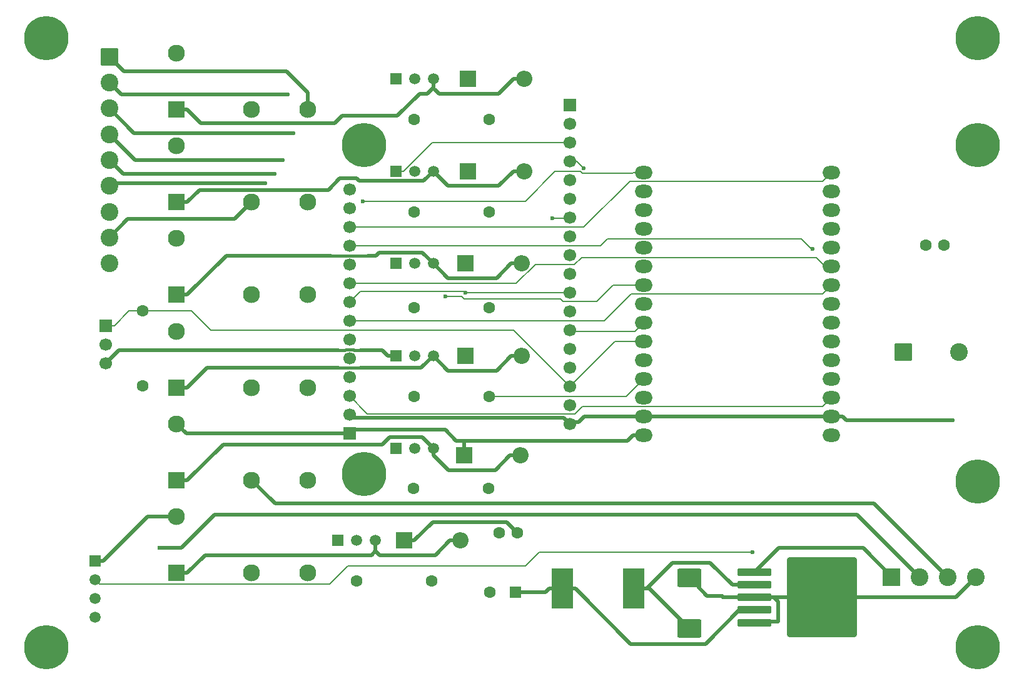
<source format=gbr>
%TF.GenerationSoftware,KiCad,Pcbnew,9.0.6-9.0.6~ubuntu22.04.1*%
%TF.CreationDate,2025-11-15T10:49:45-06:00*%
%TF.ProjectId,ESP32-Simple-Thermostat-PCB,45535033-322d-4536-996d-706c652d5468,rev?*%
%TF.SameCoordinates,Original*%
%TF.FileFunction,Copper,L1,Top*%
%TF.FilePolarity,Positive*%
%FSLAX46Y46*%
G04 Gerber Fmt 4.6, Leading zero omitted, Abs format (unit mm)*
G04 Created by KiCad (PCBNEW 9.0.6-9.0.6~ubuntu22.04.1) date 2025-11-15 10:49:45*
%MOMM*%
%LPD*%
G01*
G04 APERTURE LIST*
G04 Aperture macros list*
%AMRoundRect*
0 Rectangle with rounded corners*
0 $1 Rounding radius*
0 $2 $3 $4 $5 $6 $7 $8 $9 X,Y pos of 4 corners*
0 Add a 4 corners polygon primitive as box body*
4,1,4,$2,$3,$4,$5,$6,$7,$8,$9,$2,$3,0*
0 Add four circle primitives for the rounded corners*
1,1,$1+$1,$2,$3*
1,1,$1+$1,$4,$5*
1,1,$1+$1,$6,$7*
1,1,$1+$1,$8,$9*
0 Add four rect primitives between the rounded corners*
20,1,$1+$1,$2,$3,$4,$5,0*
20,1,$1+$1,$4,$5,$6,$7,0*
20,1,$1+$1,$6,$7,$8,$9,0*
20,1,$1+$1,$8,$9,$2,$3,0*%
G04 Aperture macros list end*
%TA.AperFunction,NonConductor*%
%ADD10C,0.100000*%
%TD*%
%TA.AperFunction,ComponentPad*%
%ADD11C,6.000000*%
%TD*%
%TA.AperFunction,ComponentPad*%
%ADD12R,2.300000X2.300000*%
%TD*%
%TA.AperFunction,ComponentPad*%
%ADD13C,2.300000*%
%TD*%
%TA.AperFunction,ComponentPad*%
%ADD14R,1.500000X1.500000*%
%TD*%
%TA.AperFunction,ComponentPad*%
%ADD15C,1.500000*%
%TD*%
%TA.AperFunction,ComponentPad*%
%ADD16RoundRect,0.250001X-0.949999X0.949999X-0.949999X-0.949999X0.949999X-0.949999X0.949999X0.949999X0*%
%TD*%
%TA.AperFunction,ComponentPad*%
%ADD17C,2.400000*%
%TD*%
%TA.AperFunction,ComponentPad*%
%ADD18R,2.200000X2.200000*%
%TD*%
%TA.AperFunction,ComponentPad*%
%ADD19O,2.200000X2.200000*%
%TD*%
%TA.AperFunction,ComponentPad*%
%ADD20R,1.700000X1.700000*%
%TD*%
%TA.AperFunction,ComponentPad*%
%ADD21C,1.700000*%
%TD*%
%TA.AperFunction,ComponentPad*%
%ADD22C,1.600000*%
%TD*%
%TA.AperFunction,ComponentPad*%
%ADD23O,2.400000X1.800000*%
%TD*%
%TA.AperFunction,ComponentPad*%
%ADD24RoundRect,0.250000X0.550000X0.550000X-0.550000X0.550000X-0.550000X-0.550000X0.550000X-0.550000X0*%
%TD*%
%TA.AperFunction,ComponentPad*%
%ADD25R,2.400000X2.400000*%
%TD*%
%TA.AperFunction,SMDPad,CuDef*%
%ADD26RoundRect,0.250000X-2.050000X-0.300000X2.050000X-0.300000X2.050000X0.300000X-2.050000X0.300000X0*%
%TD*%
%TA.AperFunction,SMDPad,CuDef*%
%ADD27RoundRect,0.250002X-4.449998X-5.149998X4.449998X-5.149998X4.449998X5.149998X-4.449998X5.149998X0*%
%TD*%
%TA.AperFunction,SMDPad,CuDef*%
%ADD28RoundRect,0.250000X1.400000X1.000000X-1.400000X1.000000X-1.400000X-1.000000X1.400000X-1.000000X0*%
%TD*%
%TA.AperFunction,SMDPad,CuDef*%
%ADD29R,2.900000X5.400000*%
%TD*%
%TA.AperFunction,ComponentPad*%
%ADD30RoundRect,0.250001X-0.949999X-0.949999X0.949999X-0.949999X0.949999X0.949999X-0.949999X0.949999X0*%
%TD*%
%TA.AperFunction,ViaPad*%
%ADD31C,0.600000*%
%TD*%
%TA.AperFunction,Conductor*%
%ADD32C,0.200000*%
%TD*%
%TA.AperFunction,Conductor*%
%ADD33C,0.500000*%
%TD*%
%TA.AperFunction,Conductor*%
%ADD34C,0.400000*%
%TD*%
G04 APERTURE END LIST*
D10*
X27081139Y-113918861D02*
G75*
G02*
X23918861Y-113918861I-1581139J0D01*
G01*
X23918861Y-113918861D02*
G75*
G02*
X27081139Y-113918861I1581139J0D01*
G01*
X152581139Y-31918861D02*
G75*
G02*
X149418861Y-31918861I-1581139J0D01*
G01*
X149418861Y-31918861D02*
G75*
G02*
X152581139Y-31918861I1581139J0D01*
G01*
X153081139Y-113918861D02*
G75*
G02*
X149918861Y-113918861I-1581139J0D01*
G01*
X149918861Y-113918861D02*
G75*
G02*
X153081139Y-113918861I1581139J0D01*
G01*
X68581139Y-90918861D02*
G75*
G02*
X65418861Y-90918861I-1581139J0D01*
G01*
X65418861Y-90918861D02*
G75*
G02*
X68581139Y-90918861I1581139J0D01*
G01*
X69081139Y-45418861D02*
G75*
G02*
X65918861Y-45418861I-1581139J0D01*
G01*
X65918861Y-45418861D02*
G75*
G02*
X69081139Y-45418861I1581139J0D01*
G01*
X26500000Y-31500000D02*
G75*
G02*
X23337722Y-31500000I-1581139J0D01*
G01*
X23337722Y-31500000D02*
G75*
G02*
X26500000Y-31500000I1581139J0D01*
G01*
D11*
%TO.P,H3,1*%
%TO.N,unconnected-(H3-Pad1)*%
X151000000Y-114000000D03*
%TD*%
D12*
%TO.P,K1,1*%
%TO.N,Net-(D1-A)*%
X42600000Y-41140000D03*
D13*
%TO.P,K1,2*%
%TO.N,VAC-C*%
X52760000Y-41140000D03*
%TO.P,K1,3*%
%TO.N,G*%
X60380000Y-41140000D03*
%TO.P,K1,5*%
%TO.N,+5V*%
X42600000Y-33520000D03*
%TD*%
D14*
%TO.P,U3,1,VDD*%
%TO.N,+5V*%
X31597500Y-102287500D03*
D15*
%TO.P,U3,2,DATA*%
%TO.N,DHT11_22*%
X31597500Y-104827500D03*
%TO.P,U3,3,NC*%
%TO.N,unconnected-(U3-NC-Pad3)*%
X31597500Y-107367500D03*
%TO.P,U3,4,GND*%
%TO.N,GND*%
X31597500Y-109907500D03*
%TD*%
D14*
%TO.P,Q3,1,E*%
%TO.N,GND*%
X72270000Y-62000000D03*
D15*
%TO.P,Q3,2,B*%
%TO.N,Net-(Q3-B)*%
X74810000Y-62000000D03*
%TO.P,Q3,3,C*%
%TO.N,Net-(D3-A)*%
X77350000Y-62000000D03*
%TD*%
D12*
%TO.P,K6,1*%
%TO.N,Net-(D6-A)*%
X42600000Y-103890000D03*
D13*
%TO.P,K6,2*%
%TO.N,VAC-C*%
X52760000Y-103890000D03*
%TO.P,K6,3*%
%TO.N,PUMP*%
X60380000Y-103890000D03*
%TO.P,K6,5*%
%TO.N,+5V*%
X42600000Y-96270000D03*
%TD*%
D16*
%TO.P,J2,1*%
%TO.N,G*%
X33500000Y-34000000D03*
D17*
%TO.P,J2,2*%
%TO.N,W*%
X33500000Y-37500000D03*
%TO.P,J2,3*%
%TO.N,Y*%
X33500000Y-41000000D03*
%TO.P,J2,4*%
%TO.N,W2*%
X33500000Y-44500000D03*
%TO.P,J2,5*%
%TO.N,Y2*%
X33500000Y-48000000D03*
%TO.P,J2,6*%
%TO.N,PUMP*%
X33500000Y-51500000D03*
%TO.P,J2,7*%
%TO.N,unconnected-(J2-Pad7)*%
X33500000Y-55000000D03*
%TO.P,J2,8*%
%TO.N,VAC-C*%
X33500000Y-58500000D03*
%TO.P,J2,9*%
%TO.N,VAC-R*%
X33500000Y-62000000D03*
%TD*%
D11*
%TO.P,H7,1*%
%TO.N,unconnected-(H7-Pad1)*%
X151000000Y-46000000D03*
%TD*%
D18*
%TO.P,D4,1,K*%
%TO.N,+5V*%
X81690000Y-74500000D03*
D19*
%TO.P,D4,2,A*%
%TO.N,Net-(D4-A)*%
X89310000Y-74500000D03*
%TD*%
D11*
%TO.P,H8,1*%
%TO.N,unconnected-(H8-Pad1)*%
X151000000Y-91500000D03*
%TD*%
D20*
%TO.P,J1,1*%
%TO.N,D25*%
X95810000Y-40560000D03*
D21*
%TO.P,J1,2*%
%TO.N,+5V*%
X95810000Y-43100000D03*
%TO.P,J1,3*%
%TO.N,GND*%
X95810000Y-45640000D03*
%TO.P,J1,4*%
%TO.N,D13*%
X95810000Y-48180000D03*
%TO.P,J1,5*%
%TO.N,+5V*%
X95810000Y-50720000D03*
%TO.P,J1,6*%
%TO.N,unconnected-(J1-Pad6)*%
X95810000Y-53260000D03*
%TO.P,J1,7*%
%TO.N,D14*%
X95810000Y-55800000D03*
%TO.P,J1,8*%
%TO.N,+5V*%
X95810000Y-58340000D03*
%TO.P,J1,9*%
%TO.N,GND*%
X95810000Y-60880000D03*
%TO.P,J1,10*%
%TO.N,D12*%
X95810000Y-63420000D03*
%TO.P,J1,11*%
%TO.N,+5V*%
X95810000Y-65960000D03*
%TO.P,J1,12*%
%TO.N,GND*%
X95810000Y-68500000D03*
%TO.P,J1,13*%
%TO.N,D26*%
X95810000Y-71040000D03*
%TO.P,J1,14*%
%TO.N,+5V*%
X95810000Y-73580000D03*
%TO.P,J1,15*%
%TO.N,GND*%
X95810000Y-76120000D03*
%TO.P,J1,16*%
%TO.N,D27*%
X95810000Y-78660000D03*
%TO.P,J1,17*%
%TO.N,+5V*%
X95810000Y-81200000D03*
%TO.P,J1,18*%
%TO.N,GND*%
X95810000Y-83740000D03*
%TD*%
D11*
%TO.P,H2,1*%
%TO.N,unconnected-(H2-Pad1)*%
X25000000Y-114000000D03*
%TD*%
D22*
%TO.P,C6,1*%
%TO.N,GND*%
X146500000Y-59500000D03*
%TO.P,C6,2*%
%TO.N,Net-(D7-+)*%
X144000000Y-59500000D03*
%TD*%
%TO.P,R7,1*%
%TO.N,D27*%
X38000000Y-68420000D03*
%TO.P,R7,2*%
%TO.N,3.3V*%
X38000000Y-78580000D03*
%TD*%
D14*
%TO.P,Q4,1,E*%
%TO.N,GND*%
X72270000Y-74500000D03*
D15*
%TO.P,Q4,2,B*%
%TO.N,Net-(Q4-B)*%
X74810000Y-74500000D03*
%TO.P,Q4,3,C*%
%TO.N,Net-(D4-A)*%
X77350000Y-74500000D03*
%TD*%
D18*
%TO.P,D3,1,K*%
%TO.N,+5V*%
X81690000Y-62000000D03*
D19*
%TO.P,D3,2,A*%
%TO.N,Net-(D3-A)*%
X89310000Y-62000000D03*
%TD*%
D18*
%TO.P,D2,1,K*%
%TO.N,+5V*%
X82000000Y-49500000D03*
D19*
%TO.P,D2,2,A*%
%TO.N,Net-(D2-A)*%
X89620000Y-49500000D03*
%TD*%
D14*
%TO.P,Q5,1,E*%
%TO.N,GND*%
X72310000Y-87000000D03*
D15*
%TO.P,Q5,2,B*%
%TO.N,Net-(Q5-B)*%
X74850000Y-87000000D03*
%TO.P,Q5,3,C*%
%TO.N,Net-(D5-A)*%
X77390000Y-87000000D03*
%TD*%
D12*
%TO.P,K5,1*%
%TO.N,Net-(D5-A)*%
X42600000Y-91340000D03*
D13*
%TO.P,K5,2*%
%TO.N,VAC-C*%
X52760000Y-91340000D03*
%TO.P,K5,3*%
%TO.N,Y2*%
X60380000Y-91340000D03*
%TO.P,K5,5*%
%TO.N,+5V*%
X42600000Y-83720000D03*
%TD*%
D11*
%TO.P,H5,1*%
%TO.N,unconnected-(H5-Pad1)*%
X68000000Y-46000000D03*
%TD*%
D22*
%TO.P,R1,1*%
%TO.N,Net-(Q1-B)*%
X74730000Y-42500000D03*
%TO.P,R1,2*%
%TO.N,D25*%
X84890000Y-42500000D03*
%TD*%
D23*
%TO.P,A1,1,3.3V*%
%TO.N,3.3V*%
X131250600Y-85245000D03*
%TO.P,A1,2,GND*%
%TO.N,GND*%
X131250600Y-82705000D03*
%TO.P,A1,3,D15/ADC2_CH3*%
%TO.N,CS_15*%
X131250600Y-80165000D03*
%TO.P,A1,4,D2/ADC2_CH2*%
%TO.N,unconnected-(A1-D2{slash}ADC2_CH2-Pad4)*%
X131250600Y-77625000D03*
%TO.P,A1,5,D4/ADC2_CH0*%
%TO.N,T_CS_4*%
X131250600Y-75085000D03*
%TO.P,A1,6,RX2/GPIO16*%
%TO.N,unconnected-(A1-RX2{slash}GPIO16-Pad6)*%
X131250600Y-72545000D03*
%TO.P,A1,7,TX2/GPIO17*%
%TO.N,unconnected-(A1-TX2{slash}GPIO17-Pad7)*%
X131250600Y-70005000D03*
%TO.P,A1,8,D5*%
%TO.N,unconnected-(A1-D5-Pad8)*%
X131250600Y-67465000D03*
%TO.P,A1,9,D18*%
%TO.N,SCK_18*%
X131250600Y-64925000D03*
%TO.P,A1,10,D19*%
%TO.N,MISO_19*%
X131250600Y-62385000D03*
%TO.P,A1,11,D21/SDA*%
%TO.N,unconnected-(A1-D21{slash}SDA-Pad11)*%
X131250600Y-59845000D03*
%TO.P,A1,12,RX0/GPIO3*%
%TO.N,unconnected-(A1-RX0{slash}GPIO3-Pad12)*%
X131250600Y-57305000D03*
%TO.P,A1,13,TX0/GPIO1*%
%TO.N,unconnected-(A1-TX0{slash}GPIO1-Pad13)*%
X131250600Y-54765000D03*
%TO.P,A1,14,D22/SCL*%
%TO.N,DHT11_22*%
X131250600Y-52225000D03*
%TO.P,A1,15,D23*%
%TO.N,MOSI_23*%
X131250600Y-49685000D03*
%TO.P,A1,16,EN*%
%TO.N,EN*%
X105850600Y-49685000D03*
%TO.P,A1,17,ADC1_CH0/VP*%
%TO.N,unconnected-(A1-ADC1_CH0{slash}VP-Pad17)*%
X105850600Y-52225000D03*
%TO.P,A1,18,ADC1_CH3/VN*%
%TO.N,unconnected-(A1-ADC1_CH3{slash}VN-Pad18)*%
X105850600Y-54765000D03*
%TO.P,A1,19,ADC1_CH6/D34*%
%TO.N,unconnected-(A1-ADC1_CH6{slash}D34-Pad19)*%
X105850600Y-57305000D03*
%TO.P,A1,20,ADC1_CH7/D35*%
%TO.N,unconnected-(A1-ADC1_CH7{slash}D35-Pad20)*%
X105850600Y-59845000D03*
%TO.P,A1,21,ADC1_CH4/D32*%
%TO.N,unconnected-(A1-ADC1_CH4{slash}D32-Pad21)*%
X105850600Y-62385000D03*
%TO.P,A1,22,ADC1_CH4/D32*%
%TO.N,D32*%
X105850600Y-64925000D03*
%TO.P,A1,23,DAC1/ADC2_CH8/D25*%
%TO.N,D25*%
X105850600Y-67465000D03*
%TO.P,A1,24,DAC2/ADC2_CH9/D26*%
%TO.N,D26*%
X105850600Y-70005000D03*
%TO.P,A1,25,ADC2_CH7/D27*%
%TO.N,D27*%
X105850600Y-72545000D03*
%TO.P,A1,26,ADC2_CH6/D14*%
%TO.N,D14*%
X105850600Y-75085000D03*
%TO.P,A1,27,ADC2_CH5/D12*%
%TO.N,D12*%
X105850600Y-77625000D03*
%TO.P,A1,28,ADC2_CH4/D13*%
%TO.N,D13*%
X105850600Y-80165000D03*
%TO.P,A1,29,GND*%
%TO.N,GND*%
X105850600Y-82705000D03*
%TO.P,A1,30,VIN*%
%TO.N,+5V*%
X105850600Y-85245000D03*
%TD*%
D18*
%TO.P,D5,1,K*%
%TO.N,+5V*%
X81500000Y-88000000D03*
D19*
%TO.P,D5,2,A*%
%TO.N,Net-(D5-A)*%
X89120000Y-88000000D03*
%TD*%
D12*
%TO.P,K2,1*%
%TO.N,Net-(D2-A)*%
X42600000Y-53690000D03*
D13*
%TO.P,K2,2*%
%TO.N,VAC-C*%
X52760000Y-53690000D03*
%TO.P,K2,3*%
%TO.N,W*%
X60380000Y-53690000D03*
%TO.P,K2,5*%
%TO.N,+5V*%
X42600000Y-46070000D03*
%TD*%
D22*
%TO.P,R6,1*%
%TO.N,Net-(Q6-B)*%
X66920000Y-105000000D03*
%TO.P,R6,2*%
%TO.N,D32*%
X77080000Y-105000000D03*
%TD*%
D11*
%TO.P,H1,1*%
%TO.N,unconnected-(H1-Pad1)*%
X25000000Y-31500000D03*
%TD*%
D22*
%TO.P,R5,1*%
%TO.N,Net-(Q5-B)*%
X74650000Y-92500000D03*
%TO.P,R5,2*%
%TO.N,D26*%
X84810000Y-92500000D03*
%TD*%
%TO.P,R3,1*%
%TO.N,Net-(Q3-B)*%
X74730000Y-68000000D03*
%TO.P,R3,2*%
%TO.N,D14*%
X84890000Y-68000000D03*
%TD*%
D24*
%TO.P,C8,1*%
%TO.N,+5V*%
X88500000Y-106500000D03*
D22*
%TO.P,C8,2*%
%TO.N,GND*%
X85000000Y-106500000D03*
%TD*%
D25*
%TO.P,D7,1,+*%
%TO.N,Net-(D7-+)*%
X139380000Y-104500000D03*
D17*
%TO.P,D7,2,1*%
%TO.N,VAC-R*%
X143190000Y-104500000D03*
%TO.P,D7,3,2*%
%TO.N,VAC-C*%
X147000000Y-104500000D03*
%TO.P,D7,4,-*%
%TO.N,GND*%
X150810000Y-104500000D03*
%TD*%
D26*
%TO.P,U2,1,VIN*%
%TO.N,Net-(D7-+)*%
X120775000Y-103825000D03*
%TO.P,U2,2,OUT*%
%TO.N,Net-(D8-K)*%
X120775000Y-105525000D03*
%TO.P,U2,3,GND*%
%TO.N,GND*%
X120775000Y-107225000D03*
D27*
X129925000Y-107225000D03*
D26*
%TO.P,U2,4,FB*%
%TO.N,+5V*%
X120775000Y-108925000D03*
%TO.P,U2,5,~{ON}/OFF*%
%TO.N,GND*%
X120775000Y-110625000D03*
%TD*%
D14*
%TO.P,Q1,1,E*%
%TO.N,GND*%
X72270000Y-37000000D03*
D15*
%TO.P,Q1,2,B*%
%TO.N,Net-(Q1-B)*%
X74810000Y-37000000D03*
%TO.P,Q1,3,C*%
%TO.N,Net-(D1-A)*%
X77350000Y-37000000D03*
%TD*%
D18*
%TO.P,D1,1,K*%
%TO.N,+5V*%
X82000000Y-37000000D03*
D19*
%TO.P,D1,2,A*%
%TO.N,Net-(D1-A)*%
X89620000Y-37000000D03*
%TD*%
D14*
%TO.P,Q6,1,E*%
%TO.N,GND*%
X64460000Y-99500000D03*
D15*
%TO.P,Q6,2,B*%
%TO.N,Net-(Q6-B)*%
X67000000Y-99500000D03*
%TO.P,Q6,3,C*%
%TO.N,Net-(D6-A)*%
X69540000Y-99500000D03*
%TD*%
D20*
%TO.P,J3,1*%
%TO.N,D27*%
X33000000Y-70420000D03*
D21*
%TO.P,J3,2*%
%TO.N,3.3V*%
X33000000Y-72960000D03*
%TO.P,J3,3*%
%TO.N,GND*%
X33000000Y-75500000D03*
%TD*%
D18*
%TO.P,D6,1,K*%
%TO.N,+5V*%
X73380000Y-99500000D03*
D19*
%TO.P,D6,2,A*%
%TO.N,Net-(D6-A)*%
X81000000Y-99500000D03*
%TD*%
D22*
%TO.P,R2,1*%
%TO.N,Net-(Q2-B)*%
X74730000Y-55000000D03*
%TO.P,R2,2*%
%TO.N,D13*%
X84890000Y-55000000D03*
%TD*%
D11*
%TO.P,H6,1*%
%TO.N,unconnected-(H6-Pad1)*%
X68000000Y-90500000D03*
%TD*%
D12*
%TO.P,K4,1*%
%TO.N,Net-(D4-A)*%
X42600000Y-78790000D03*
D13*
%TO.P,K4,2*%
%TO.N,VAC-C*%
X52760000Y-78790000D03*
%TO.P,K4,3*%
%TO.N,W2*%
X60380000Y-78790000D03*
%TO.P,K4,5*%
%TO.N,+5V*%
X42600000Y-71170000D03*
%TD*%
D12*
%TO.P,K3,1*%
%TO.N,Net-(D3-A)*%
X42600000Y-66240000D03*
D13*
%TO.P,K3,2*%
%TO.N,VAC-C*%
X52760000Y-66240000D03*
%TO.P,K3,3*%
%TO.N,Y*%
X60380000Y-66240000D03*
%TO.P,K3,5*%
%TO.N,+5V*%
X42600000Y-58620000D03*
%TD*%
D22*
%TO.P,C9,1*%
%TO.N,+5V*%
X88750000Y-98500000D03*
%TO.P,C9,2*%
%TO.N,GND*%
X86250000Y-98500000D03*
%TD*%
D14*
%TO.P,Q2,1,E*%
%TO.N,GND*%
X72270000Y-49500000D03*
D15*
%TO.P,Q2,2,B*%
%TO.N,Net-(Q2-B)*%
X74810000Y-49500000D03*
%TO.P,Q2,3,C*%
%TO.N,Net-(D2-A)*%
X77350000Y-49500000D03*
%TD*%
D28*
%TO.P,D8,1,K*%
%TO.N,Net-(D8-K)*%
X112000000Y-111400000D03*
%TO.P,D8,2,A*%
%TO.N,GND*%
X112000000Y-104600000D03*
%TD*%
D11*
%TO.P,H4,1*%
%TO.N,unconnected-(H4-Pad1)*%
X151000000Y-31500000D03*
%TD*%
D22*
%TO.P,R4,1*%
%TO.N,Net-(Q4-B)*%
X74730000Y-80000000D03*
%TO.P,R4,2*%
%TO.N,D12*%
X84890000Y-80000000D03*
%TD*%
D29*
%TO.P,L1,1,1*%
%TO.N,+5V*%
X94800000Y-106000000D03*
%TO.P,L1,2,2*%
%TO.N,Net-(D8-K)*%
X104500000Y-106000000D03*
%TD*%
D30*
%TO.P,C5,1*%
%TO.N,Net-(D7-+)*%
X140987200Y-74000000D03*
D17*
%TO.P,C5,2*%
%TO.N,GND*%
X148487200Y-74000000D03*
%TD*%
D20*
%TO.P,J4,1*%
%TO.N,+5V*%
X66000000Y-85040000D03*
D21*
%TO.P,J4,2*%
%TO.N,GND*%
X66000000Y-82500000D03*
%TO.P,J4,3*%
%TO.N,CS_15*%
X66000000Y-79960000D03*
%TO.P,J4,4*%
%TO.N,EN*%
X66000000Y-77420000D03*
%TO.P,J4,5*%
%TO.N,DC_2*%
X66000000Y-74880000D03*
%TO.P,J4,6*%
%TO.N,MOSI_23*%
X66000000Y-72340000D03*
%TO.P,J4,7*%
%TO.N,SCK_18*%
X66000000Y-69800000D03*
%TO.P,J4,8*%
%TO.N,+5V*%
X66000000Y-67260000D03*
%TO.P,J4,9*%
%TO.N,MISO_19*%
X66000000Y-64720000D03*
%TO.P,J4,10*%
%TO.N,SCK_18*%
X66000000Y-62180000D03*
%TO.P,J4,11*%
%TO.N,T_CS_4*%
X66000000Y-59640000D03*
%TO.P,J4,12*%
%TO.N,MOSI_23*%
X66000000Y-57100000D03*
%TO.P,J4,13*%
%TO.N,MISO_19*%
X66000000Y-54560000D03*
%TO.P,J4,14*%
%TO.N,unconnected-(J4-Pad14)*%
X66000000Y-52020000D03*
%TD*%
D31*
%TO.N,Y2*%
X55852100Y-49909200D03*
%TO.N,Y*%
X58417000Y-44328000D03*
%TO.N,PUMP*%
X54615900Y-51156600D03*
%TO.N,W*%
X57684500Y-39095500D03*
%TO.N,W2*%
X57000000Y-48000000D03*
%TO.N,VAC-R*%
X40305000Y-100500000D03*
%TO.N,D14*%
X93467000Y-55905000D03*
%TO.N,EN*%
X67805000Y-53591000D03*
%TO.N,DHT11_22*%
X120531100Y-101126100D03*
%TO.N,T_CS_4*%
X128650000Y-60000000D03*
%TO.N,D13*%
X97733600Y-49148700D03*
%TO.N,+5V*%
X81696700Y-65960000D03*
%TO.N,GND*%
X147679900Y-83215000D03*
%TO.N,D32*%
X79000000Y-66500000D03*
%TD*%
D32*
%TO.N,SCK_18*%
X131250600Y-64925000D02*
X130048900Y-66126700D01*
X130048900Y-66126700D02*
X104153600Y-66126700D01*
X104153600Y-66126700D02*
X100480300Y-69800000D01*
X100480300Y-69800000D02*
X66000000Y-69800000D01*
%TO.N,D12*%
X105850600Y-77625000D02*
X103475600Y-80000000D01*
X103475600Y-80000000D02*
X84890000Y-80000000D01*
%TO.N,D26*%
X105850600Y-70005000D02*
X104648900Y-71206700D01*
X104648900Y-71206700D02*
X95976700Y-71206700D01*
X95976700Y-71206700D02*
X95810000Y-71040000D01*
%TO.N,MOSI_23*%
X131250600Y-49685000D02*
X130048900Y-50886700D01*
X103918200Y-50886700D02*
X97704900Y-57100000D01*
X130048900Y-50886700D02*
X103918200Y-50886700D01*
X97704900Y-57100000D02*
X66000000Y-57100000D01*
%TO.N,T_CS_4*%
X128650000Y-60000000D02*
X128500000Y-60000000D01*
X128500000Y-60000000D02*
X127141600Y-58641600D01*
X127141600Y-58641600D02*
X100937400Y-58641600D01*
X100937400Y-58641600D02*
X99939000Y-59640000D01*
X99939000Y-59640000D02*
X66000000Y-59640000D01*
%TO.N,MISO_19*%
X66000000Y-64720000D02*
X88572300Y-64720000D01*
X88572300Y-64720000D02*
X91142300Y-62150000D01*
X91142300Y-62150000D02*
X96440000Y-62150000D01*
X96440000Y-62150000D02*
X97406700Y-61183300D01*
X97406700Y-61183300D02*
X129183300Y-61183300D01*
X129183300Y-61183300D02*
X130385000Y-62385000D01*
X130385000Y-62385000D02*
X131250600Y-62385000D01*
D33*
%TO.N,Net-(D5-A)*%
X89120000Y-88000000D02*
X87718300Y-88000000D01*
X87718300Y-88000000D02*
X85718300Y-90000000D01*
X85718300Y-90000000D02*
X79390000Y-90000000D01*
X79390000Y-90000000D02*
X77390000Y-88000000D01*
X77390000Y-88000000D02*
X77390000Y-87000000D01*
D32*
%TO.N,+5V*%
X81696700Y-65960000D02*
X95810000Y-65960000D01*
X81696700Y-65960000D02*
X81550000Y-65813300D01*
X81550000Y-65813300D02*
X67446700Y-65813300D01*
X67446700Y-65813300D02*
X66000000Y-67260000D01*
%TO.N,D32*%
X101713000Y-64925000D02*
X105850600Y-64925000D01*
X79000000Y-66500000D02*
X81180000Y-66500000D01*
X81180000Y-66500000D02*
X81498000Y-66818000D01*
X99490600Y-67147400D02*
X101713000Y-64925000D01*
X81498000Y-66818000D02*
X94578000Y-66818000D01*
X94578000Y-66818000D02*
X94907400Y-67147400D01*
X94907400Y-67147400D02*
X99490600Y-67147400D01*
D33*
%TO.N,Net-(D1-A)*%
X42600000Y-41140000D02*
X44051700Y-41140000D01*
X65000000Y-42000000D02*
X72500000Y-42000000D01*
X44051700Y-41140000D02*
X45911700Y-43000000D01*
X45911700Y-43000000D02*
X64000000Y-43000000D01*
X64000000Y-43000000D02*
X65000000Y-42000000D01*
X72500000Y-42000000D02*
X75500000Y-39000000D01*
X75500000Y-39000000D02*
X76550000Y-39000000D01*
X76550000Y-39000000D02*
X77350000Y-38200000D01*
D34*
%TO.N,Net-(D4-A)*%
X64500000Y-76150000D02*
X67500000Y-76150000D01*
D33*
X67500000Y-76150000D02*
X75700000Y-76150000D01*
X75700000Y-76150000D02*
X77350000Y-74500000D01*
%TO.N,GND*%
X34778800Y-73721200D02*
X64500000Y-73721200D01*
D34*
X64500000Y-73721200D02*
X65389618Y-73721200D01*
X65389618Y-73721200D02*
X65481818Y-73629000D01*
X65481818Y-73629000D02*
X66518182Y-73629000D01*
X66518182Y-73629000D02*
X66610382Y-73721200D01*
X66610382Y-73721200D02*
X67500000Y-73721200D01*
D33*
X33000000Y-75500000D02*
X34778800Y-73721200D01*
X71218300Y-74500000D02*
X72270000Y-74500000D01*
X67500000Y-73721200D02*
X70439500Y-73721200D01*
X70439500Y-73721200D02*
X71218300Y-74500000D01*
%TO.N,Net-(D4-A)*%
X64500000Y-76150000D02*
X46691700Y-76150000D01*
X46691700Y-76150000D02*
X44051700Y-78790000D01*
X44051700Y-78790000D02*
X42600000Y-78790000D01*
D34*
%TO.N,Net-(D3-A)*%
X63500000Y-60923700D02*
X68500000Y-60923700D01*
D33*
X42600000Y-66240000D02*
X44051700Y-66240000D01*
X44051700Y-66240000D02*
X49368000Y-60923700D01*
X49368000Y-60923700D02*
X63500000Y-60923700D01*
X68500000Y-60923700D02*
X69576300Y-60923700D01*
X69576300Y-60923700D02*
X70000000Y-60500000D01*
X70000000Y-60500000D02*
X75850000Y-60500000D01*
X75850000Y-60500000D02*
X77350000Y-62000000D01*
%TO.N,VAC-C*%
X147000000Y-104500000D02*
X137000000Y-94500000D01*
X137000000Y-94500000D02*
X55920000Y-94500000D01*
X55920000Y-94500000D02*
X52760000Y-91340000D01*
D32*
%TO.N,CS_15*%
X131250600Y-80165000D02*
X130048900Y-81366700D01*
X130048900Y-81366700D02*
X97532400Y-81366700D01*
X97532400Y-81366700D02*
X96539900Y-82359200D01*
X96539900Y-82359200D02*
X68399200Y-82359200D01*
X68399200Y-82359200D02*
X66000000Y-79960000D01*
D33*
%TO.N,Net-(D2-A)*%
X42600000Y-53690000D02*
X44051700Y-53690000D01*
X76013400Y-50836600D02*
X77350000Y-49500000D01*
X44051700Y-53690000D02*
X45710418Y-52031282D01*
X45710418Y-52031282D02*
X63169118Y-52031282D01*
X63169118Y-52031282D02*
X64700400Y-50500000D01*
X64700400Y-50500000D02*
X67000000Y-50500000D01*
X67000000Y-50500000D02*
X67336600Y-50836600D01*
X67336600Y-50836600D02*
X76013400Y-50836600D01*
%TO.N,Net-(D5-A)*%
X42600000Y-91340000D02*
X44051700Y-91340000D01*
X44051700Y-91340000D02*
X48891700Y-86500000D01*
X48891700Y-86500000D02*
X70441650Y-86500000D01*
X70441650Y-86500000D02*
X71441650Y-85500000D01*
X71441650Y-85500000D02*
X75890000Y-85500000D01*
X75890000Y-85500000D02*
X77390000Y-87000000D01*
%TO.N,+5V*%
X105850600Y-85245000D02*
X104348900Y-85245000D01*
X104348900Y-85245000D02*
X103593900Y-86000000D01*
X103593900Y-86000000D02*
X80463000Y-86000000D01*
X80463000Y-86000000D02*
X78963000Y-84500000D01*
X78963000Y-84500000D02*
X66540000Y-84500000D01*
X66540000Y-84500000D02*
X66000000Y-85040000D01*
%TO.N,Net-(D6-A)*%
X42600000Y-103890000D02*
X44051700Y-103890000D01*
X44051700Y-103890000D02*
X46441700Y-101500000D01*
X46441700Y-101500000D02*
X68981700Y-101500000D01*
X68981700Y-101500000D02*
X69540000Y-100941700D01*
X69540000Y-100941700D02*
X70098300Y-101500000D01*
X70098300Y-101500000D02*
X77598300Y-101500000D01*
X77598300Y-101500000D02*
X79598300Y-99500000D01*
X79598300Y-99500000D02*
X81000000Y-99500000D01*
%TO.N,Net-(D1-A)*%
X89620000Y-37000000D02*
X88218300Y-37000000D01*
X88218300Y-37000000D02*
X86218300Y-39000000D01*
X86218300Y-39000000D02*
X78150000Y-39000000D01*
X78150000Y-39000000D02*
X77551700Y-38401700D01*
%TO.N,Net-(D2-A)*%
X77350000Y-49500000D02*
X79350000Y-51500000D01*
X79350000Y-51500000D02*
X86218300Y-51500000D01*
X86218300Y-51500000D02*
X88218300Y-49500000D01*
X88218300Y-49500000D02*
X89620000Y-49500000D01*
%TO.N,Net-(D3-A)*%
X89310000Y-62000000D02*
X87908300Y-62000000D01*
X87908300Y-62000000D02*
X85908300Y-64000000D01*
X85908300Y-64000000D02*
X79350000Y-64000000D01*
X79350000Y-64000000D02*
X77350000Y-62000000D01*
%TO.N,GND*%
X95810000Y-83740000D02*
X96050000Y-83500000D01*
X96050000Y-83500000D02*
X97000000Y-83500000D01*
X97000000Y-83500000D02*
X97795000Y-82705000D01*
X97795000Y-82705000D02*
X105850600Y-82705000D01*
%TO.N,+5V*%
X81500000Y-88000000D02*
X81500000Y-86000000D01*
X73380000Y-99500000D02*
X74781700Y-99500000D01*
X74781700Y-99500000D02*
X77281700Y-97000000D01*
X77281700Y-97000000D02*
X87250000Y-97000000D01*
X87250000Y-97000000D02*
X88750000Y-98500000D01*
%TO.N,VAC-R*%
X40305000Y-100500000D02*
X43256400Y-100500000D01*
X43256400Y-100500000D02*
X47756400Y-96000000D01*
X47756400Y-96000000D02*
X134690000Y-96000000D01*
X134690000Y-96000000D02*
X143190000Y-104500000D01*
%TO.N,Net-(D7-+)*%
X120775000Y-103825000D02*
X124100000Y-100500000D01*
X135500000Y-100500000D02*
X139380000Y-104380000D01*
X139380000Y-104380000D02*
X139380000Y-104500000D01*
X124100000Y-100500000D02*
X135500000Y-100500000D01*
%TO.N,GND*%
X113179300Y-105779300D02*
X114400000Y-107000000D01*
X116500000Y-107000000D02*
X116500000Y-107225000D01*
X114400000Y-107000000D02*
X116500000Y-107000000D01*
X116500000Y-107225000D02*
X119343500Y-107225000D01*
%TO.N,Net-(D8-K)*%
X106251700Y-106000000D02*
X109751700Y-102500000D01*
X109751700Y-102500000D02*
X114810950Y-102500000D01*
X114810950Y-102500000D02*
X117835950Y-105525000D01*
X117835950Y-105525000D02*
X119146900Y-105525000D01*
%TO.N,+5V*%
X118743400Y-108925000D02*
X114168400Y-113500000D01*
X114168400Y-113500000D02*
X104051700Y-113500000D01*
X104051700Y-113500000D02*
X96551700Y-106000000D01*
X96551700Y-106000000D02*
X94800000Y-106000000D01*
%TO.N,Net-(D4-A)*%
X89310000Y-74500000D02*
X87908300Y-74500000D01*
X87908300Y-74500000D02*
X85908300Y-76500000D01*
X85908300Y-76500000D02*
X79350000Y-76500000D01*
X79350000Y-76500000D02*
X77350000Y-74500000D01*
%TO.N,W2*%
X57000000Y-48000000D02*
X37000000Y-48000000D01*
X37000000Y-48000000D02*
X33500000Y-44500000D01*
%TO.N,VAC-C*%
X33500000Y-58500000D02*
X36000000Y-56000000D01*
X36000000Y-56000000D02*
X50450000Y-56000000D01*
X50450000Y-56000000D02*
X52760000Y-53690000D01*
%TO.N,G*%
X60380000Y-40940100D02*
X60380000Y-38880000D01*
X60380000Y-38880000D02*
X57499800Y-35999800D01*
X57499800Y-35999800D02*
X35499800Y-35999800D01*
X35499800Y-35999800D02*
X33500000Y-34000000D01*
%TO.N,GND*%
X122273900Y-110625000D02*
X122398900Y-110500000D01*
X122398900Y-110500000D02*
X124000000Y-110500000D01*
X124000000Y-110500000D02*
X124000000Y-107824500D01*
X124000000Y-107824500D02*
X123400500Y-107225000D01*
%TO.N,Y2*%
X35409200Y-49909200D02*
X55852100Y-49909200D01*
X33500000Y-48000000D02*
X35409200Y-49909200D01*
D32*
%TO.N,G*%
X60380000Y-41140000D02*
X60380000Y-40940100D01*
D33*
%TO.N,Y*%
X36828000Y-44328000D02*
X33500000Y-41000000D01*
X58417000Y-44328000D02*
X36828000Y-44328000D01*
D32*
%TO.N,PUMP*%
X33843400Y-51156600D02*
X33500000Y-51500000D01*
D33*
X54615900Y-51156600D02*
X33843400Y-51156600D01*
%TO.N,W*%
X35095500Y-39095500D02*
X33500000Y-37500000D01*
X57684500Y-39095500D02*
X35095500Y-39095500D01*
D32*
%TO.N,Net-(D8-K)*%
X119146900Y-105525000D02*
X120775000Y-105525000D01*
D33*
X104500000Y-106000000D02*
X106251700Y-106000000D01*
X106600000Y-106000000D02*
X106251700Y-106000000D01*
X112000000Y-111400000D02*
X106600000Y-106000000D01*
%TO.N,Net-(D6-A)*%
X69540000Y-100941700D02*
X69540000Y-99500000D01*
D32*
%TO.N,Net-(D1-A)*%
X77551700Y-38401700D02*
X77350000Y-38200000D01*
D33*
X77350000Y-38200000D02*
X77350000Y-37000000D01*
D32*
%TO.N,D27*%
X36151700Y-68420000D02*
X34151700Y-70420000D01*
X38000000Y-68420000D02*
X36151700Y-68420000D01*
X33000000Y-70420000D02*
X34151700Y-70420000D01*
X101925000Y-72545000D02*
X105850600Y-72545000D01*
X95810000Y-78660000D02*
X101925000Y-72545000D01*
X44606300Y-68420000D02*
X38000000Y-68420000D01*
X47256300Y-71070000D02*
X44606300Y-68420000D01*
X88220000Y-71070000D02*
X47256300Y-71070000D01*
X95810000Y-78660000D02*
X88220000Y-71070000D01*
%TO.N,D14*%
X95705000Y-55905000D02*
X95810000Y-55800000D01*
X93467000Y-55905000D02*
X95705000Y-55905000D01*
%TO.N,EN*%
X105850600Y-49685000D02*
X104348900Y-49685000D01*
X104283500Y-49750400D02*
X104348900Y-49685000D01*
X97484500Y-49750400D02*
X104283500Y-49750400D01*
X97301600Y-49567500D02*
X97484500Y-49750400D01*
X93820000Y-49567500D02*
X97301600Y-49567500D01*
X89796500Y-53591000D02*
X93820000Y-49567500D01*
X67805000Y-53591000D02*
X89796500Y-53591000D01*
%TO.N,DHT11_22*%
X91697900Y-101126100D02*
X120531100Y-101126100D01*
X89850200Y-102973800D02*
X91697900Y-101126100D01*
X65767500Y-102973800D02*
X89850200Y-102973800D01*
X63342400Y-105398900D02*
X65767500Y-102973800D01*
X32168900Y-105398900D02*
X63342400Y-105398900D01*
X31597500Y-104827500D02*
X32168900Y-105398900D01*
%TO.N,D13*%
X96764900Y-48180000D02*
X97733600Y-49148700D01*
X95810000Y-48180000D02*
X96764900Y-48180000D01*
D33*
%TO.N,+5V*%
X92548300Y-106500000D02*
X93048300Y-106000000D01*
X88500000Y-106500000D02*
X92548300Y-106500000D01*
X94800000Y-106000000D02*
X93048300Y-106000000D01*
X38666700Y-96270000D02*
X32649200Y-102287500D01*
X42600000Y-96270000D02*
X38666700Y-96270000D01*
X31597500Y-102287500D02*
X32649200Y-102287500D01*
X43920000Y-85040000D02*
X42600000Y-83720000D01*
X66000000Y-85040000D02*
X43920000Y-85040000D01*
D32*
X120775000Y-108925000D02*
X118743400Y-108925000D01*
D33*
%TO.N,GND*%
X148085000Y-107225000D02*
X129925000Y-107225000D01*
X150810000Y-104500000D02*
X148085000Y-107225000D01*
D32*
X77181700Y-45640000D02*
X73321700Y-49500000D01*
X95810000Y-45640000D02*
X77181700Y-45640000D01*
X72270000Y-49500000D02*
X73321700Y-49500000D01*
D33*
X131250600Y-82705000D02*
X105850600Y-82705000D01*
D32*
X120775000Y-110625000D02*
X122273900Y-110625000D01*
D33*
X129925000Y-107225000D02*
X123400500Y-107225000D01*
X123400500Y-107225000D02*
X120775000Y-107225000D01*
D32*
X120775000Y-107225000D02*
X119343500Y-107225000D01*
D33*
X131250600Y-82705000D02*
X132752300Y-82705000D01*
X133262300Y-83215000D02*
X147679900Y-83215000D01*
X132752300Y-82705000D02*
X133262300Y-83215000D01*
D32*
X66412700Y-82912700D02*
X66000000Y-82500000D01*
D33*
X94982700Y-82912700D02*
X66412700Y-82912700D01*
X95810000Y-83740000D02*
X94982700Y-82912700D01*
%TD*%
M02*

</source>
